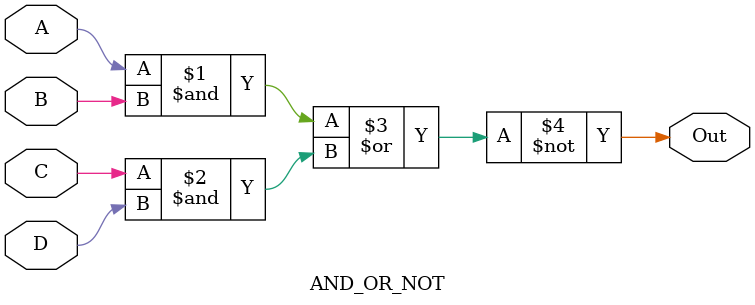
<source format=v>
module AND_OR_NOT(
    input A,
    input B,
    input C,
    input D,
    output Out
);

assign Out = ~((A&B)|(C&D));

endmodule
</source>
